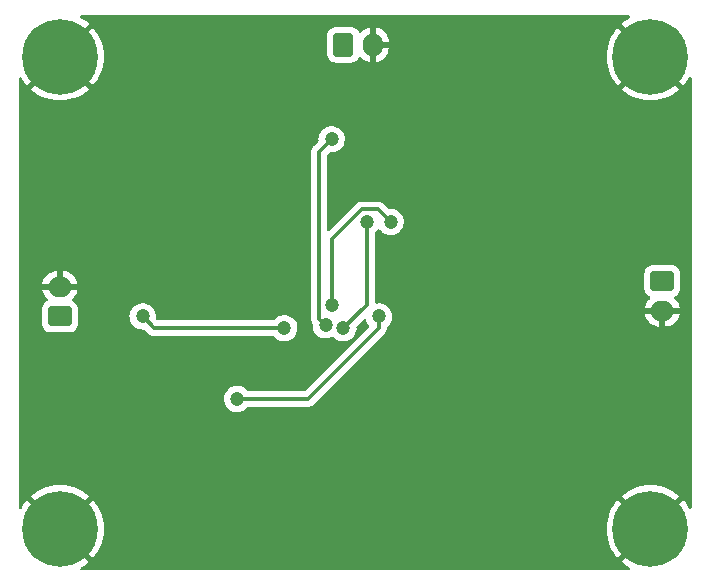
<source format=gbr>
%TF.GenerationSoftware,KiCad,Pcbnew,(6.0.7)*%
%TF.CreationDate,2023-02-16T16:04:02+01:00*%
%TF.ProjectId,hard tp,68617264-2074-4702-9e6b-696361645f70,rev?*%
%TF.SameCoordinates,Original*%
%TF.FileFunction,Copper,L2,Bot*%
%TF.FilePolarity,Positive*%
%FSLAX46Y46*%
G04 Gerber Fmt 4.6, Leading zero omitted, Abs format (unit mm)*
G04 Created by KiCad (PCBNEW (6.0.7)) date 2023-02-16 16:04:02*
%MOMM*%
%LPD*%
G01*
G04 APERTURE LIST*
G04 Aperture macros list*
%AMRoundRect*
0 Rectangle with rounded corners*
0 $1 Rounding radius*
0 $2 $3 $4 $5 $6 $7 $8 $9 X,Y pos of 4 corners*
0 Add a 4 corners polygon primitive as box body*
4,1,4,$2,$3,$4,$5,$6,$7,$8,$9,$2,$3,0*
0 Add four circle primitives for the rounded corners*
1,1,$1+$1,$2,$3*
1,1,$1+$1,$4,$5*
1,1,$1+$1,$6,$7*
1,1,$1+$1,$8,$9*
0 Add four rect primitives between the rounded corners*
20,1,$1+$1,$2,$3,$4,$5,0*
20,1,$1+$1,$4,$5,$6,$7,0*
20,1,$1+$1,$6,$7,$8,$9,0*
20,1,$1+$1,$8,$9,$2,$3,0*%
G04 Aperture macros list end*
%TA.AperFunction,ComponentPad*%
%ADD10C,6.400000*%
%TD*%
%TA.AperFunction,ComponentPad*%
%ADD11RoundRect,0.250000X-0.750000X0.600000X-0.750000X-0.600000X0.750000X-0.600000X0.750000X0.600000X0*%
%TD*%
%TA.AperFunction,ComponentPad*%
%ADD12O,2.000000X1.700000*%
%TD*%
%TA.AperFunction,ComponentPad*%
%ADD13RoundRect,0.250000X-0.600000X-0.750000X0.600000X-0.750000X0.600000X0.750000X-0.600000X0.750000X0*%
%TD*%
%TA.AperFunction,ComponentPad*%
%ADD14O,1.700000X2.000000*%
%TD*%
%TA.AperFunction,ComponentPad*%
%ADD15RoundRect,0.250000X0.750000X-0.600000X0.750000X0.600000X-0.750000X0.600000X-0.750000X-0.600000X0*%
%TD*%
%TA.AperFunction,ViaPad*%
%ADD16C,1.200000*%
%TD*%
%TA.AperFunction,Conductor*%
%ADD17C,0.300000*%
%TD*%
G04 APERTURE END LIST*
D10*
%TO.P,H4,1,1*%
%TO.N,GND*%
X138000000Y-62000000D03*
%TD*%
%TO.P,H3,1,1*%
%TO.N,GND*%
X188000000Y-102000000D03*
%TD*%
%TO.P,H2,1,1*%
%TO.N,GND*%
X188000000Y-62000000D03*
%TD*%
%TO.P,H1,1,1*%
%TO.N,GND*%
X138000000Y-102000000D03*
%TD*%
D11*
%TO.P,J4,1,Pin_1*%
%TO.N,DAC_OUT*%
X189000000Y-81000000D03*
D12*
%TO.P,J4,2,Pin_2*%
%TO.N,GND*%
X189000000Y-83500000D03*
%TD*%
D13*
%TO.P,J3,1,Pin_1*%
%TO.N,+5V*%
X162000000Y-61000000D03*
D14*
%TO.P,J3,2,Pin_2*%
%TO.N,GND*%
X164500000Y-61000000D03*
%TD*%
D15*
%TO.P,J2,1,Pin_1*%
%TO.N,ADC_IN1*%
X138000000Y-84000000D03*
D12*
%TO.P,J2,2,Pin_2*%
%TO.N,GND*%
X138000000Y-81500000D03*
%TD*%
D16*
%TO.N,GND*%
X152000000Y-83000000D03*
X162000000Y-72349500D03*
%TO.N,USART2_RX*%
X161000000Y-69000000D03*
X160500500Y-84750500D03*
%TO.N,USART2_TX*%
X162000000Y-85000000D03*
%TO.N,NRST*%
X166000000Y-76000000D03*
%TO.N,USART2_TX*%
X164000000Y-76000000D03*
%TO.N,NRST*%
X161000000Y-83000000D03*
%TO.N,ADC_IN1*%
X157000000Y-85000000D03*
X145000000Y-84000000D03*
%TO.N,LED_STATUS*%
X165000000Y-84000000D03*
X153000000Y-91000000D03*
%TD*%
D17*
%TO.N,NRST*%
X161000000Y-83000000D02*
X161000000Y-77486791D01*
X161000000Y-77486791D02*
X163556791Y-74930000D01*
X163556791Y-74930000D02*
X164930000Y-74930000D01*
X164930000Y-74930000D02*
X166000000Y-76000000D01*
%TO.N,USART2_RX*%
X159930000Y-84180000D02*
X159930000Y-70070000D01*
X160500500Y-84750500D02*
X159930000Y-84180000D01*
X159930000Y-70070000D02*
X161000000Y-69000000D01*
%TO.N,LED_STATUS*%
X165000000Y-84000000D02*
X165000000Y-85000000D01*
X165000000Y-85000000D02*
X159000000Y-91000000D01*
X159000000Y-91000000D02*
X153000000Y-91000000D01*
%TO.N,USART2_TX*%
X164000000Y-76000000D02*
X164000000Y-83000000D01*
X164000000Y-83000000D02*
X162000000Y-85000000D01*
%TO.N,ADC_IN1*%
X157000000Y-85000000D02*
X146000000Y-85000000D01*
X146000000Y-85000000D02*
X145000000Y-84000000D01*
%TD*%
%TA.AperFunction,Conductor*%
%TO.N,GND*%
G36*
X186228176Y-58528502D02*
G01*
X186274669Y-58582158D01*
X186284773Y-58652432D01*
X186255279Y-58717012D01*
X186217258Y-58746767D01*
X186146397Y-58782872D01*
X186140687Y-58786169D01*
X185820265Y-58994253D01*
X185814939Y-58998123D01*
X185576165Y-59191478D01*
X185567700Y-59203733D01*
X185574034Y-59214824D01*
X190784310Y-64425100D01*
X190797386Y-64432241D01*
X190807753Y-64424784D01*
X191001877Y-64185061D01*
X191005747Y-64179735D01*
X191213831Y-63859313D01*
X191217128Y-63853603D01*
X191253233Y-63782742D01*
X191301981Y-63731127D01*
X191370896Y-63714061D01*
X191438098Y-63736962D01*
X191482250Y-63792559D01*
X191491500Y-63839945D01*
X191491500Y-100160055D01*
X191471498Y-100228176D01*
X191417842Y-100274669D01*
X191347568Y-100284773D01*
X191282988Y-100255279D01*
X191253233Y-100217258D01*
X191217128Y-100146397D01*
X191213831Y-100140687D01*
X191005747Y-99820265D01*
X191001877Y-99814939D01*
X190808522Y-99576165D01*
X190796267Y-99567700D01*
X190785176Y-99574034D01*
X185574900Y-104784310D01*
X185567759Y-104797386D01*
X185575216Y-104807753D01*
X185814935Y-105001874D01*
X185820272Y-105005751D01*
X186140685Y-105213830D01*
X186146394Y-105217126D01*
X186217257Y-105253233D01*
X186268872Y-105301981D01*
X186285938Y-105370896D01*
X186263037Y-105438098D01*
X186207440Y-105482250D01*
X186160054Y-105491500D01*
X139839946Y-105491500D01*
X139771825Y-105471498D01*
X139725332Y-105417842D01*
X139715228Y-105347568D01*
X139744722Y-105282988D01*
X139782743Y-105253233D01*
X139853606Y-105217126D01*
X139859315Y-105213830D01*
X140179728Y-105005751D01*
X140185065Y-105001874D01*
X140423835Y-104808522D01*
X140432300Y-104796267D01*
X140425966Y-104785176D01*
X137641922Y-102001132D01*
X138364408Y-102001132D01*
X138364539Y-102002965D01*
X138368790Y-102009580D01*
X140784310Y-104425100D01*
X140797386Y-104432241D01*
X140807753Y-104424784D01*
X141001877Y-104185061D01*
X141005747Y-104179735D01*
X141213831Y-103859313D01*
X141217128Y-103853603D01*
X141390578Y-103513189D01*
X141393260Y-103507164D01*
X141530171Y-103150498D01*
X141532212Y-103144216D01*
X141631094Y-102775184D01*
X141632465Y-102768734D01*
X141692234Y-102391371D01*
X141692920Y-102384833D01*
X141712916Y-102003301D01*
X184287084Y-102003301D01*
X184307080Y-102384833D01*
X184307766Y-102391371D01*
X184367535Y-102768734D01*
X184368906Y-102775184D01*
X184467788Y-103144216D01*
X184469829Y-103150498D01*
X184606740Y-103507164D01*
X184609422Y-103513189D01*
X184782872Y-103853603D01*
X184786169Y-103859313D01*
X184994253Y-104179735D01*
X184998123Y-104185061D01*
X185191478Y-104423835D01*
X185203733Y-104432300D01*
X185214824Y-104425966D01*
X187627978Y-102012812D01*
X187635592Y-101998868D01*
X187635461Y-101997035D01*
X187631210Y-101990420D01*
X185215690Y-99574900D01*
X185202614Y-99567759D01*
X185192247Y-99575216D01*
X184998123Y-99814939D01*
X184994253Y-99820265D01*
X184786169Y-100140687D01*
X184782872Y-100146397D01*
X184609422Y-100486811D01*
X184606740Y-100492836D01*
X184469829Y-100849502D01*
X184467788Y-100855784D01*
X184368906Y-101224816D01*
X184367535Y-101231266D01*
X184307766Y-101608629D01*
X184307080Y-101615167D01*
X184287084Y-101996699D01*
X184287084Y-102003301D01*
X141712916Y-102003301D01*
X141712916Y-101996699D01*
X141692920Y-101615167D01*
X141692234Y-101608629D01*
X141632465Y-101231266D01*
X141631094Y-101224816D01*
X141532212Y-100855784D01*
X141530171Y-100849502D01*
X141393260Y-100492836D01*
X141390578Y-100486811D01*
X141217128Y-100146397D01*
X141213831Y-100140687D01*
X141005747Y-99820265D01*
X141001877Y-99814939D01*
X140808522Y-99576165D01*
X140796267Y-99567700D01*
X140785176Y-99574034D01*
X138372022Y-101987188D01*
X138364408Y-102001132D01*
X137641922Y-102001132D01*
X135215690Y-99574900D01*
X135202614Y-99567759D01*
X135192247Y-99575216D01*
X134998123Y-99814939D01*
X134994253Y-99820265D01*
X134786169Y-100140687D01*
X134782872Y-100146397D01*
X134746767Y-100217258D01*
X134698019Y-100268873D01*
X134629104Y-100285939D01*
X134561902Y-100263038D01*
X134517750Y-100207441D01*
X134508500Y-100160055D01*
X134508500Y-99203733D01*
X135567700Y-99203733D01*
X135574034Y-99214824D01*
X137987188Y-101627978D01*
X138001132Y-101635592D01*
X138002965Y-101635461D01*
X138009580Y-101631210D01*
X140425100Y-99215690D01*
X140431630Y-99203733D01*
X185567700Y-99203733D01*
X185574034Y-99214824D01*
X187987188Y-101627978D01*
X188001132Y-101635592D01*
X188002965Y-101635461D01*
X188009580Y-101631210D01*
X190425100Y-99215690D01*
X190432241Y-99202614D01*
X190424784Y-99192247D01*
X190185065Y-98998126D01*
X190179728Y-98994249D01*
X189859315Y-98786170D01*
X189853606Y-98782873D01*
X189513189Y-98609422D01*
X189507164Y-98606740D01*
X189150498Y-98469829D01*
X189144216Y-98467788D01*
X188775184Y-98368906D01*
X188768734Y-98367535D01*
X188391371Y-98307766D01*
X188384833Y-98307080D01*
X188003301Y-98287084D01*
X187996699Y-98287084D01*
X187615167Y-98307080D01*
X187608629Y-98307766D01*
X187231266Y-98367535D01*
X187224816Y-98368906D01*
X186855784Y-98467788D01*
X186849502Y-98469829D01*
X186492836Y-98606740D01*
X186486811Y-98609422D01*
X186146397Y-98782872D01*
X186140687Y-98786169D01*
X185820265Y-98994253D01*
X185814939Y-98998123D01*
X185576165Y-99191478D01*
X185567700Y-99203733D01*
X140431630Y-99203733D01*
X140432241Y-99202614D01*
X140424784Y-99192247D01*
X140185065Y-98998126D01*
X140179728Y-98994249D01*
X139859315Y-98786170D01*
X139853606Y-98782873D01*
X139513189Y-98609422D01*
X139507164Y-98606740D01*
X139150498Y-98469829D01*
X139144216Y-98467788D01*
X138775184Y-98368906D01*
X138768734Y-98367535D01*
X138391371Y-98307766D01*
X138384833Y-98307080D01*
X138003301Y-98287084D01*
X137996699Y-98287084D01*
X137615167Y-98307080D01*
X137608629Y-98307766D01*
X137231266Y-98367535D01*
X137224816Y-98368906D01*
X136855784Y-98467788D01*
X136849502Y-98469829D01*
X136492836Y-98606740D01*
X136486811Y-98609422D01*
X136146397Y-98782872D01*
X136140687Y-98786169D01*
X135820265Y-98994253D01*
X135814939Y-98998123D01*
X135576165Y-99191478D01*
X135567700Y-99203733D01*
X134508500Y-99203733D01*
X134508500Y-90970859D01*
X151887132Y-90970859D01*
X151900457Y-91174151D01*
X151950605Y-91371610D01*
X152035898Y-91556624D01*
X152153479Y-91722997D01*
X152299410Y-91865157D01*
X152304206Y-91868362D01*
X152304209Y-91868364D01*
X152372149Y-91913760D01*
X152468803Y-91978342D01*
X152474106Y-91980620D01*
X152474109Y-91980622D01*
X152563115Y-92018862D01*
X152655987Y-92058763D01*
X152728817Y-92075243D01*
X152849055Y-92102450D01*
X152849060Y-92102451D01*
X152854692Y-92103725D01*
X152860463Y-92103952D01*
X152860465Y-92103952D01*
X152923470Y-92106427D01*
X153058263Y-92111723D01*
X153259883Y-92082490D01*
X153265347Y-92080635D01*
X153265352Y-92080634D01*
X153447327Y-92018862D01*
X153447332Y-92018860D01*
X153452799Y-92017004D01*
X153630551Y-91917458D01*
X153787186Y-91787186D01*
X153856429Y-91703930D01*
X153915365Y-91664347D01*
X153953302Y-91658500D01*
X158917944Y-91658500D01*
X158929800Y-91659059D01*
X158929803Y-91659059D01*
X158937537Y-91660788D01*
X159008369Y-91658562D01*
X159012327Y-91658500D01*
X159041432Y-91658500D01*
X159045832Y-91657944D01*
X159057664Y-91657012D01*
X159103831Y-91655562D01*
X159124421Y-91649580D01*
X159143782Y-91645570D01*
X159150770Y-91644688D01*
X159157204Y-91643875D01*
X159157205Y-91643875D01*
X159165064Y-91642882D01*
X159172429Y-91639966D01*
X159172433Y-91639965D01*
X159208021Y-91625874D01*
X159219231Y-91622035D01*
X159263600Y-91609145D01*
X159282065Y-91598225D01*
X159299805Y-91589534D01*
X159319756Y-91581635D01*
X159357129Y-91554482D01*
X159367048Y-91547967D01*
X159399977Y-91528493D01*
X159399981Y-91528490D01*
X159406807Y-91524453D01*
X159421971Y-91509289D01*
X159437005Y-91496448D01*
X159447943Y-91488501D01*
X159454357Y-91483841D01*
X159483803Y-91448247D01*
X159491792Y-91439468D01*
X165407600Y-85523659D01*
X165416381Y-85515669D01*
X165416390Y-85515661D01*
X165423080Y-85511416D01*
X165471621Y-85459725D01*
X165474375Y-85456884D01*
X165494926Y-85436333D01*
X165497638Y-85432837D01*
X165505349Y-85423808D01*
X165531544Y-85395913D01*
X165536972Y-85390133D01*
X165547301Y-85371345D01*
X165558158Y-85354816D01*
X165566447Y-85344131D01*
X165566448Y-85344129D01*
X165571304Y-85337869D01*
X165589657Y-85295456D01*
X165594868Y-85284819D01*
X165617124Y-85244337D01*
X165622457Y-85223566D01*
X165628859Y-85204864D01*
X165637379Y-85185177D01*
X165644605Y-85139552D01*
X165647013Y-85127926D01*
X165656529Y-85090865D01*
X165656529Y-85090864D01*
X165658500Y-85083188D01*
X165658500Y-85061742D01*
X165660051Y-85042031D01*
X165662166Y-85028678D01*
X165663406Y-85020849D01*
X165659059Y-84974864D01*
X165658500Y-84963006D01*
X165658500Y-84953302D01*
X165678502Y-84885181D01*
X165703930Y-84856430D01*
X165787186Y-84787186D01*
X165917458Y-84630551D01*
X166017004Y-84452799D01*
X166018860Y-84447332D01*
X166018862Y-84447327D01*
X166080634Y-84265352D01*
X166080635Y-84265347D01*
X166082490Y-84259883D01*
X166111723Y-84058263D01*
X166113249Y-84000000D01*
X166094608Y-83797126D01*
X166087554Y-83772115D01*
X166086557Y-83768580D01*
X187518752Y-83768580D01*
X187543477Y-83886421D01*
X187546537Y-83896617D01*
X187627263Y-84101029D01*
X187631994Y-84110561D01*
X187746016Y-84298462D01*
X187752280Y-84307052D01*
X187896327Y-84473052D01*
X187903958Y-84480472D01*
X188073911Y-84619826D01*
X188082678Y-84625850D01*
X188273682Y-84734576D01*
X188283346Y-84739041D01*
X188489941Y-84814031D01*
X188500208Y-84816802D01*
X188717655Y-84856123D01*
X188725884Y-84857056D01*
X188730376Y-84857268D01*
X188743124Y-84853525D01*
X188744329Y-84852135D01*
X188746000Y-84844452D01*
X188746000Y-84835970D01*
X189254000Y-84835970D01*
X189258310Y-84850648D01*
X189270193Y-84852711D01*
X189374325Y-84843876D01*
X189384797Y-84842086D01*
X189597535Y-84786870D01*
X189607575Y-84783335D01*
X189807970Y-84693063D01*
X189817256Y-84687894D01*
X189999575Y-84565150D01*
X190007870Y-84558481D01*
X190166900Y-84406772D01*
X190173941Y-84398814D01*
X190305141Y-84222475D01*
X190310745Y-84213438D01*
X190410357Y-84017516D01*
X190414357Y-84007665D01*
X190479534Y-83797760D01*
X190481817Y-83787376D01*
X190483861Y-83771957D01*
X190481665Y-83757793D01*
X190468478Y-83754000D01*
X189272115Y-83754000D01*
X189256876Y-83758475D01*
X189255671Y-83759865D01*
X189254000Y-83767548D01*
X189254000Y-84835970D01*
X188746000Y-84835970D01*
X188746000Y-83772115D01*
X188741525Y-83756876D01*
X188740135Y-83755671D01*
X188732452Y-83754000D01*
X187533808Y-83754000D01*
X187520277Y-83757973D01*
X187518752Y-83768580D01*
X166086557Y-83768580D01*
X166040875Y-83606606D01*
X166040874Y-83606604D01*
X166039307Y-83601047D01*
X166028680Y-83579496D01*
X165951756Y-83423510D01*
X165949201Y-83418329D01*
X165930796Y-83393681D01*
X165830758Y-83259715D01*
X165830758Y-83259714D01*
X165827305Y-83255091D01*
X165677703Y-83116800D01*
X165584927Y-83058263D01*
X165510288Y-83011169D01*
X165510283Y-83011167D01*
X165505404Y-83008088D01*
X165316180Y-82932595D01*
X165116366Y-82892849D01*
X165110592Y-82892773D01*
X165110588Y-82892773D01*
X165007452Y-82891424D01*
X164912655Y-82890183D01*
X164906960Y-82891162D01*
X164906955Y-82891162D01*
X164805837Y-82908537D01*
X164735313Y-82900360D01*
X164680406Y-82855353D01*
X164658500Y-82784357D01*
X164658500Y-81650400D01*
X187491500Y-81650400D01*
X187502474Y-81756166D01*
X187504655Y-81762702D01*
X187504655Y-81762704D01*
X187516351Y-81797760D01*
X187558450Y-81923946D01*
X187651522Y-82074348D01*
X187776697Y-82199305D01*
X187782927Y-82203145D01*
X187782928Y-82203146D01*
X187833934Y-82234587D01*
X187922258Y-82289030D01*
X187922780Y-82289352D01*
X187970273Y-82342124D01*
X187981697Y-82412196D01*
X187953423Y-82477320D01*
X187943636Y-82487782D01*
X187833094Y-82593234D01*
X187826059Y-82601186D01*
X187694859Y-82777525D01*
X187689255Y-82786562D01*
X187589643Y-82982484D01*
X187585643Y-82992335D01*
X187520466Y-83202240D01*
X187518183Y-83212624D01*
X187516139Y-83228043D01*
X187518335Y-83242207D01*
X187531522Y-83246000D01*
X190466192Y-83246000D01*
X190479723Y-83242027D01*
X190481248Y-83231420D01*
X190456523Y-83113579D01*
X190453463Y-83103383D01*
X190372737Y-82898971D01*
X190368006Y-82889439D01*
X190253984Y-82701538D01*
X190247720Y-82692948D01*
X190103673Y-82526948D01*
X190096044Y-82519530D01*
X190064431Y-82493609D01*
X190024436Y-82434949D01*
X190022504Y-82363979D01*
X190059248Y-82303230D01*
X190078018Y-82289030D01*
X190125391Y-82259715D01*
X190224348Y-82198478D01*
X190349305Y-82073303D01*
X190442115Y-81922738D01*
X190497797Y-81754861D01*
X190508500Y-81650400D01*
X190508500Y-80349600D01*
X190504610Y-80312106D01*
X190498238Y-80250692D01*
X190498237Y-80250688D01*
X190497526Y-80243834D01*
X190487283Y-80213130D01*
X190443868Y-80083002D01*
X190441550Y-80076054D01*
X190348478Y-79925652D01*
X190223303Y-79800695D01*
X190217072Y-79796854D01*
X190078968Y-79711725D01*
X190078966Y-79711724D01*
X190072738Y-79707885D01*
X189912254Y-79654655D01*
X189911389Y-79654368D01*
X189911387Y-79654368D01*
X189904861Y-79652203D01*
X189898025Y-79651503D01*
X189898022Y-79651502D01*
X189854969Y-79647091D01*
X189800400Y-79641500D01*
X188199600Y-79641500D01*
X188196354Y-79641837D01*
X188196350Y-79641837D01*
X188100692Y-79651762D01*
X188100688Y-79651763D01*
X188093834Y-79652474D01*
X188087298Y-79654655D01*
X188087296Y-79654655D01*
X187955194Y-79698728D01*
X187926054Y-79708450D01*
X187775652Y-79801522D01*
X187650695Y-79926697D01*
X187557885Y-80077262D01*
X187555581Y-80084209D01*
X187529106Y-80164030D01*
X187502203Y-80245139D01*
X187501503Y-80251975D01*
X187501502Y-80251978D01*
X187497091Y-80295031D01*
X187491500Y-80349600D01*
X187491500Y-81650400D01*
X164658500Y-81650400D01*
X164658500Y-76953302D01*
X164678502Y-76885181D01*
X164703930Y-76856430D01*
X164787186Y-76787186D01*
X164904733Y-76645851D01*
X164963670Y-76606267D01*
X165034652Y-76604831D01*
X165095143Y-76641998D01*
X165104503Y-76653699D01*
X165150145Y-76718280D01*
X165153479Y-76722997D01*
X165299410Y-76865157D01*
X165304206Y-76868362D01*
X165304209Y-76868364D01*
X165381913Y-76920284D01*
X165468803Y-76978342D01*
X165474106Y-76980620D01*
X165474109Y-76980622D01*
X165563115Y-77018862D01*
X165655987Y-77058763D01*
X165728817Y-77075243D01*
X165849055Y-77102450D01*
X165849060Y-77102451D01*
X165854692Y-77103725D01*
X165860463Y-77103952D01*
X165860465Y-77103952D01*
X165923470Y-77106427D01*
X166058263Y-77111723D01*
X166259883Y-77082490D01*
X166265347Y-77080635D01*
X166265352Y-77080634D01*
X166447327Y-77018862D01*
X166447332Y-77018860D01*
X166452799Y-77017004D01*
X166630551Y-76917458D01*
X166787186Y-76787186D01*
X166917458Y-76630551D01*
X167017004Y-76452799D01*
X167018860Y-76447332D01*
X167018862Y-76447327D01*
X167080634Y-76265352D01*
X167080635Y-76265347D01*
X167082490Y-76259883D01*
X167111723Y-76058263D01*
X167113249Y-76000000D01*
X167094608Y-75797126D01*
X167039307Y-75601047D01*
X166949201Y-75418329D01*
X166827305Y-75255091D01*
X166677703Y-75116800D01*
X166631675Y-75087759D01*
X166510288Y-75011169D01*
X166510283Y-75011167D01*
X166505404Y-75008088D01*
X166316180Y-74932595D01*
X166116366Y-74892849D01*
X166110592Y-74892773D01*
X166110588Y-74892773D01*
X166007452Y-74891424D01*
X165912655Y-74890183D01*
X165906962Y-74891161D01*
X165906952Y-74891162D01*
X165899115Y-74892509D01*
X165828591Y-74884331D01*
X165788684Y-74857424D01*
X165453655Y-74522395D01*
X165445665Y-74513615D01*
X165445663Y-74513613D01*
X165441416Y-74506920D01*
X165423965Y-74490532D01*
X165389743Y-74458396D01*
X165386901Y-74455641D01*
X165366333Y-74435073D01*
X165362826Y-74432353D01*
X165353804Y-74424647D01*
X165349613Y-74420711D01*
X165320133Y-74393028D01*
X165313181Y-74389206D01*
X165301342Y-74382697D01*
X165284818Y-74371843D01*
X165274132Y-74363555D01*
X165267868Y-74358696D01*
X165260596Y-74355549D01*
X165260594Y-74355548D01*
X165225465Y-74340346D01*
X165214805Y-74335124D01*
X165181284Y-74316695D01*
X165181282Y-74316694D01*
X165174337Y-74312876D01*
X165153559Y-74307541D01*
X165134869Y-74301142D01*
X165115176Y-74292620D01*
X165069552Y-74285394D01*
X165057929Y-74282987D01*
X165023657Y-74274188D01*
X165013188Y-74271500D01*
X164991741Y-74271500D01*
X164972031Y-74269949D01*
X164950848Y-74266594D01*
X164904859Y-74270941D01*
X164893004Y-74271500D01*
X163638851Y-74271500D01*
X163626994Y-74270941D01*
X163619254Y-74269211D01*
X163611329Y-74269460D01*
X163611328Y-74269460D01*
X163548390Y-74271438D01*
X163544432Y-74271500D01*
X163515359Y-74271500D01*
X163511425Y-74271997D01*
X163511423Y-74271997D01*
X163510980Y-74272053D01*
X163499145Y-74272985D01*
X163466355Y-74274016D01*
X163460880Y-74274188D01*
X163460879Y-74274188D01*
X163452960Y-74274437D01*
X163433235Y-74280168D01*
X163432362Y-74280421D01*
X163413009Y-74284429D01*
X163409534Y-74284868D01*
X163391727Y-74287118D01*
X163384359Y-74290035D01*
X163384356Y-74290036D01*
X163348773Y-74304125D01*
X163337538Y-74307971D01*
X163300807Y-74318642D01*
X163300804Y-74318643D01*
X163293191Y-74320855D01*
X163274726Y-74331775D01*
X163256986Y-74340466D01*
X163237035Y-74348365D01*
X163199665Y-74375516D01*
X163189743Y-74382033D01*
X163156814Y-74401507D01*
X163156810Y-74401510D01*
X163149984Y-74405547D01*
X163134820Y-74420711D01*
X163119787Y-74433551D01*
X163102434Y-74446159D01*
X163092311Y-74458396D01*
X163072989Y-74481752D01*
X163064999Y-74490532D01*
X160803595Y-76751936D01*
X160741283Y-76785962D01*
X160670468Y-76780897D01*
X160613632Y-76738350D01*
X160588821Y-76671830D01*
X160588500Y-76662841D01*
X160588500Y-70394950D01*
X160608502Y-70326829D01*
X160625405Y-70305855D01*
X160789590Y-70141670D01*
X160851902Y-70107644D01*
X160883632Y-70104862D01*
X161058263Y-70111723D01*
X161259883Y-70082490D01*
X161265347Y-70080635D01*
X161265352Y-70080634D01*
X161447327Y-70018862D01*
X161447332Y-70018860D01*
X161452799Y-70017004D01*
X161468415Y-70008259D01*
X161586601Y-69942071D01*
X161630551Y-69917458D01*
X161787186Y-69787186D01*
X161917458Y-69630551D01*
X162017004Y-69452799D01*
X162018860Y-69447332D01*
X162018862Y-69447327D01*
X162080634Y-69265352D01*
X162080635Y-69265347D01*
X162082490Y-69259883D01*
X162111723Y-69058263D01*
X162113249Y-69000000D01*
X162094608Y-68797126D01*
X162039307Y-68601047D01*
X162028680Y-68579496D01*
X161951756Y-68423510D01*
X161949201Y-68418329D01*
X161930796Y-68393681D01*
X161830758Y-68259715D01*
X161830758Y-68259714D01*
X161827305Y-68255091D01*
X161677703Y-68116800D01*
X161631675Y-68087759D01*
X161510288Y-68011169D01*
X161510283Y-68011167D01*
X161505404Y-68008088D01*
X161316180Y-67932595D01*
X161116366Y-67892849D01*
X161110592Y-67892773D01*
X161110588Y-67892773D01*
X161007452Y-67891424D01*
X160912655Y-67890183D01*
X160906958Y-67891162D01*
X160906957Y-67891162D01*
X160717567Y-67923705D01*
X160711870Y-67924684D01*
X160520734Y-67995198D01*
X160345649Y-68099363D01*
X160192478Y-68233690D01*
X160188911Y-68238215D01*
X160188906Y-68238220D01*
X160102331Y-68348040D01*
X160066351Y-68393681D01*
X159971492Y-68573978D01*
X159911078Y-68768543D01*
X159887132Y-68970859D01*
X159887510Y-68976625D01*
X159896362Y-69111677D01*
X159880858Y-69180960D01*
X159859727Y-69209013D01*
X159522395Y-69546345D01*
X159513615Y-69554335D01*
X159513613Y-69554337D01*
X159506920Y-69558584D01*
X159501494Y-69564362D01*
X159501493Y-69564363D01*
X159458396Y-69610257D01*
X159455641Y-69613099D01*
X159435073Y-69633667D01*
X159432356Y-69637170D01*
X159424648Y-69646195D01*
X159393028Y-69679867D01*
X159389207Y-69686818D01*
X159389206Y-69686819D01*
X159382697Y-69698658D01*
X159371843Y-69715182D01*
X159364018Y-69725271D01*
X159358696Y-69732132D01*
X159355549Y-69739404D01*
X159355548Y-69739406D01*
X159340346Y-69774535D01*
X159335124Y-69785195D01*
X159312876Y-69825663D01*
X159307541Y-69846441D01*
X159301142Y-69865131D01*
X159292620Y-69884824D01*
X159291380Y-69892655D01*
X159285394Y-69930448D01*
X159282987Y-69942071D01*
X159271500Y-69986812D01*
X159271500Y-70008259D01*
X159269949Y-70027969D01*
X159266594Y-70049152D01*
X159267340Y-70057043D01*
X159270941Y-70095138D01*
X159271500Y-70106996D01*
X159271500Y-84097944D01*
X159270941Y-84109800D01*
X159269212Y-84117537D01*
X159269461Y-84125459D01*
X159271438Y-84188369D01*
X159271500Y-84192327D01*
X159271500Y-84221432D01*
X159272056Y-84225832D01*
X159272988Y-84237664D01*
X159274438Y-84283831D01*
X159276650Y-84291444D01*
X159276650Y-84291445D01*
X159280419Y-84304416D01*
X159284430Y-84323782D01*
X159287118Y-84345064D01*
X159290034Y-84352429D01*
X159290035Y-84352433D01*
X159304126Y-84388021D01*
X159307965Y-84399231D01*
X159320855Y-84443600D01*
X159331775Y-84462065D01*
X159340466Y-84479805D01*
X159348365Y-84499756D01*
X159375514Y-84537123D01*
X159382126Y-84547205D01*
X159382304Y-84547507D01*
X159399662Y-84616349D01*
X159398883Y-84626295D01*
X159391593Y-84687894D01*
X159387632Y-84721359D01*
X159400957Y-84924651D01*
X159451105Y-85122110D01*
X159536398Y-85307124D01*
X159653979Y-85473497D01*
X159799910Y-85615657D01*
X159804706Y-85618862D01*
X159804709Y-85618864D01*
X159870255Y-85662660D01*
X159969303Y-85728842D01*
X159974606Y-85731120D01*
X159974609Y-85731122D01*
X160151180Y-85806983D01*
X160156487Y-85809263D01*
X160229317Y-85825743D01*
X160349555Y-85852950D01*
X160349560Y-85852951D01*
X160355192Y-85854225D01*
X160360963Y-85854452D01*
X160360965Y-85854452D01*
X160423970Y-85856927D01*
X160558763Y-85862223D01*
X160760383Y-85832990D01*
X160765847Y-85831135D01*
X160765852Y-85831134D01*
X160947827Y-85769362D01*
X160947832Y-85769360D01*
X160953299Y-85767504D01*
X161027326Y-85726047D01*
X161096534Y-85710214D01*
X161163316Y-85734311D01*
X161176813Y-85745728D01*
X161299410Y-85865157D01*
X161304206Y-85868362D01*
X161304209Y-85868364D01*
X161372149Y-85913760D01*
X161468803Y-85978342D01*
X161474106Y-85980620D01*
X161474109Y-85980622D01*
X161563115Y-86018862D01*
X161655987Y-86058763D01*
X161728817Y-86075243D01*
X161849055Y-86102450D01*
X161849060Y-86102451D01*
X161854692Y-86103725D01*
X161860463Y-86103952D01*
X161860465Y-86103952D01*
X161923470Y-86106427D01*
X162058263Y-86111723D01*
X162259883Y-86082490D01*
X162265347Y-86080635D01*
X162265352Y-86080634D01*
X162447327Y-86018862D01*
X162447332Y-86018860D01*
X162452799Y-86017004D01*
X162630551Y-85917458D01*
X162787186Y-85787186D01*
X162917458Y-85630551D01*
X163013125Y-85459726D01*
X163014180Y-85457842D01*
X163014181Y-85457840D01*
X163017004Y-85452799D01*
X163018860Y-85447332D01*
X163018862Y-85447327D01*
X163080634Y-85265352D01*
X163080635Y-85265347D01*
X163082490Y-85259883D01*
X163111723Y-85058263D01*
X163113249Y-85000000D01*
X163106722Y-84928968D01*
X163103341Y-84892167D01*
X163117026Y-84822502D01*
X163139717Y-84791543D01*
X163714748Y-84216512D01*
X163777060Y-84182486D01*
X163847875Y-84187551D01*
X163904711Y-84230098D01*
X163925965Y-84274590D01*
X163950605Y-84371610D01*
X164035898Y-84556624D01*
X164153479Y-84722997D01*
X164157611Y-84727023D01*
X164157616Y-84727028D01*
X164159432Y-84728797D01*
X164160022Y-84729845D01*
X164161369Y-84731422D01*
X164161059Y-84731687D01*
X164194266Y-84790661D01*
X164190124Y-84861537D01*
X164160600Y-84908141D01*
X158764145Y-90304595D01*
X158701833Y-90338621D01*
X158675050Y-90341500D01*
X153954995Y-90341500D01*
X153886874Y-90321498D01*
X153854038Y-90290890D01*
X153830759Y-90259717D01*
X153827305Y-90255091D01*
X153677703Y-90116800D01*
X153631675Y-90087759D01*
X153510288Y-90011169D01*
X153510283Y-90011167D01*
X153505404Y-90008088D01*
X153316180Y-89932595D01*
X153116366Y-89892849D01*
X153110592Y-89892773D01*
X153110588Y-89892773D01*
X153007452Y-89891424D01*
X152912655Y-89890183D01*
X152906958Y-89891162D01*
X152906957Y-89891162D01*
X152717567Y-89923705D01*
X152711870Y-89924684D01*
X152520734Y-89995198D01*
X152345649Y-90099363D01*
X152192478Y-90233690D01*
X152188911Y-90238215D01*
X152188906Y-90238220D01*
X152109757Y-90338621D01*
X152066351Y-90393681D01*
X151971492Y-90573978D01*
X151911078Y-90768543D01*
X151887132Y-90970859D01*
X134508500Y-90970859D01*
X134508500Y-84650400D01*
X136491500Y-84650400D01*
X136491837Y-84653646D01*
X136491837Y-84653650D01*
X136500234Y-84734576D01*
X136502474Y-84756166D01*
X136504655Y-84762702D01*
X136504655Y-84762704D01*
X136528217Y-84833326D01*
X136558450Y-84923946D01*
X136651522Y-85074348D01*
X136656704Y-85079521D01*
X136693758Y-85116510D01*
X136776697Y-85199305D01*
X136782927Y-85203145D01*
X136782928Y-85203146D01*
X136920090Y-85287694D01*
X136927262Y-85292115D01*
X137007005Y-85318564D01*
X137088611Y-85345632D01*
X137088613Y-85345632D01*
X137095139Y-85347797D01*
X137101975Y-85348497D01*
X137101978Y-85348498D01*
X137145031Y-85352909D01*
X137199600Y-85358500D01*
X138800400Y-85358500D01*
X138803646Y-85358163D01*
X138803650Y-85358163D01*
X138899308Y-85348238D01*
X138899312Y-85348237D01*
X138906166Y-85347526D01*
X138912702Y-85345345D01*
X138912704Y-85345345D01*
X139062199Y-85295469D01*
X139073946Y-85291550D01*
X139224348Y-85198478D01*
X139349305Y-85073303D01*
X139359673Y-85056483D01*
X139438275Y-84928968D01*
X139438276Y-84928966D01*
X139442115Y-84922738D01*
X139468866Y-84842086D01*
X139495632Y-84761389D01*
X139495632Y-84761387D01*
X139497797Y-84754861D01*
X139499876Y-84734576D01*
X139508172Y-84653598D01*
X139508500Y-84650400D01*
X139508500Y-83970859D01*
X143887132Y-83970859D01*
X143900457Y-84174151D01*
X143950605Y-84371610D01*
X144035898Y-84556624D01*
X144153479Y-84722997D01*
X144162400Y-84731687D01*
X144286043Y-84852135D01*
X144299410Y-84865157D01*
X144304206Y-84868362D01*
X144304209Y-84868364D01*
X144396833Y-84930253D01*
X144468803Y-84978342D01*
X144474106Y-84980620D01*
X144474109Y-84980622D01*
X144650680Y-85056483D01*
X144655987Y-85058763D01*
X144720245Y-85073303D01*
X144849055Y-85102450D01*
X144849060Y-85102451D01*
X144854692Y-85103725D01*
X144860463Y-85103952D01*
X144860465Y-85103952D01*
X144928121Y-85106610D01*
X145058263Y-85111723D01*
X145102479Y-85105312D01*
X145172764Y-85115332D01*
X145209653Y-85140913D01*
X145476345Y-85407605D01*
X145484335Y-85416385D01*
X145488584Y-85423080D01*
X145494362Y-85428506D01*
X145494363Y-85428507D01*
X145540257Y-85471604D01*
X145543099Y-85474359D01*
X145563667Y-85494927D01*
X145567170Y-85497644D01*
X145576195Y-85505352D01*
X145609867Y-85536972D01*
X145616818Y-85540793D01*
X145616819Y-85540794D01*
X145628658Y-85547303D01*
X145645182Y-85558157D01*
X145655271Y-85565982D01*
X145662132Y-85571304D01*
X145669404Y-85574451D01*
X145669406Y-85574452D01*
X145704535Y-85589654D01*
X145715195Y-85594876D01*
X145745670Y-85611630D01*
X145755663Y-85617124D01*
X145776441Y-85622459D01*
X145795131Y-85628858D01*
X145814824Y-85637380D01*
X145858596Y-85644313D01*
X145860448Y-85644606D01*
X145872071Y-85647013D01*
X145900072Y-85654202D01*
X145916812Y-85658500D01*
X145938259Y-85658500D01*
X145957969Y-85660051D01*
X145979152Y-85663406D01*
X146025141Y-85659059D01*
X146036996Y-85658500D01*
X156042655Y-85658500D01*
X156110776Y-85678502D01*
X156145551Y-85711779D01*
X156153479Y-85722997D01*
X156299410Y-85865157D01*
X156304206Y-85868362D01*
X156304209Y-85868364D01*
X156372149Y-85913760D01*
X156468803Y-85978342D01*
X156474106Y-85980620D01*
X156474109Y-85980622D01*
X156563115Y-86018862D01*
X156655987Y-86058763D01*
X156728817Y-86075243D01*
X156849055Y-86102450D01*
X156849060Y-86102451D01*
X156854692Y-86103725D01*
X156860463Y-86103952D01*
X156860465Y-86103952D01*
X156923470Y-86106427D01*
X157058263Y-86111723D01*
X157259883Y-86082490D01*
X157265347Y-86080635D01*
X157265352Y-86080634D01*
X157447327Y-86018862D01*
X157447332Y-86018860D01*
X157452799Y-86017004D01*
X157630551Y-85917458D01*
X157787186Y-85787186D01*
X157917458Y-85630551D01*
X158013125Y-85459726D01*
X158014180Y-85457842D01*
X158014181Y-85457840D01*
X158017004Y-85452799D01*
X158018860Y-85447332D01*
X158018862Y-85447327D01*
X158080634Y-85265352D01*
X158080635Y-85265347D01*
X158082490Y-85259883D01*
X158111723Y-85058263D01*
X158113249Y-85000000D01*
X158099790Y-84853525D01*
X158095137Y-84802880D01*
X158095136Y-84802877D01*
X158094608Y-84797126D01*
X158093040Y-84791566D01*
X158040875Y-84606606D01*
X158040874Y-84606604D01*
X158039307Y-84601047D01*
X158030903Y-84584004D01*
X157951756Y-84423510D01*
X157949201Y-84418329D01*
X157934629Y-84398814D01*
X157830758Y-84259715D01*
X157830758Y-84259714D01*
X157827305Y-84255091D01*
X157733505Y-84168383D01*
X157681943Y-84120719D01*
X157681940Y-84120717D01*
X157677703Y-84116800D01*
X157584927Y-84058263D01*
X157510288Y-84011169D01*
X157510283Y-84011167D01*
X157505404Y-84008088D01*
X157316180Y-83932595D01*
X157116366Y-83892849D01*
X157110592Y-83892773D01*
X157110588Y-83892773D01*
X157007452Y-83891424D01*
X156912655Y-83890183D01*
X156906958Y-83891162D01*
X156906957Y-83891162D01*
X156875211Y-83896617D01*
X156711870Y-83924684D01*
X156520734Y-83995198D01*
X156515773Y-83998150D01*
X156515772Y-83998150D01*
X156414732Y-84058263D01*
X156345649Y-84099363D01*
X156192478Y-84233690D01*
X156146948Y-84291445D01*
X156145323Y-84293506D01*
X156087442Y-84334619D01*
X156046373Y-84341500D01*
X146324950Y-84341500D01*
X146256829Y-84321498D01*
X146235855Y-84304595D01*
X146140913Y-84209653D01*
X146106887Y-84147341D01*
X146105312Y-84102478D01*
X146105970Y-84097944D01*
X146111723Y-84058263D01*
X146113249Y-84000000D01*
X146094608Y-83797126D01*
X146087554Y-83772115D01*
X146040875Y-83606606D01*
X146040874Y-83606604D01*
X146039307Y-83601047D01*
X146028680Y-83579496D01*
X145951756Y-83423510D01*
X145949201Y-83418329D01*
X145930796Y-83393681D01*
X145830758Y-83259715D01*
X145830758Y-83259714D01*
X145827305Y-83255091D01*
X145677703Y-83116800D01*
X145584927Y-83058263D01*
X145510288Y-83011169D01*
X145510283Y-83011167D01*
X145505404Y-83008088D01*
X145316180Y-82932595D01*
X145116366Y-82892849D01*
X145110592Y-82892773D01*
X145110588Y-82892773D01*
X145007452Y-82891424D01*
X144912655Y-82890183D01*
X144906958Y-82891162D01*
X144906957Y-82891162D01*
X144717567Y-82923705D01*
X144711870Y-82924684D01*
X144520734Y-82995198D01*
X144515773Y-82998150D01*
X144515772Y-82998150D01*
X144414732Y-83058263D01*
X144345649Y-83099363D01*
X144192478Y-83233690D01*
X144188911Y-83238215D01*
X144188906Y-83238220D01*
X144103664Y-83346350D01*
X144066351Y-83393681D01*
X143971492Y-83573978D01*
X143911078Y-83768543D01*
X143887132Y-83970859D01*
X139508500Y-83970859D01*
X139508500Y-83349600D01*
X139499759Y-83265352D01*
X139498238Y-83250692D01*
X139498237Y-83250688D01*
X139497526Y-83243834D01*
X139493385Y-83231420D01*
X139443868Y-83083002D01*
X139441550Y-83076054D01*
X139348478Y-82925652D01*
X139223303Y-82800695D01*
X139185715Y-82777525D01*
X139104137Y-82727240D01*
X139077220Y-82710647D01*
X139029727Y-82657876D01*
X139018303Y-82587804D01*
X139046577Y-82522680D01*
X139056364Y-82512218D01*
X139166906Y-82406766D01*
X139173941Y-82398814D01*
X139305141Y-82222475D01*
X139310745Y-82213438D01*
X139410357Y-82017516D01*
X139414357Y-82007665D01*
X139479534Y-81797760D01*
X139481817Y-81787376D01*
X139483861Y-81771957D01*
X139481665Y-81757793D01*
X139468478Y-81754000D01*
X136533808Y-81754000D01*
X136520277Y-81757973D01*
X136518752Y-81768580D01*
X136543477Y-81886421D01*
X136546537Y-81896617D01*
X136627263Y-82101029D01*
X136631994Y-82110561D01*
X136746016Y-82298462D01*
X136752280Y-82307052D01*
X136896327Y-82473052D01*
X136903956Y-82480470D01*
X136935569Y-82506391D01*
X136975564Y-82565051D01*
X136977496Y-82636021D01*
X136940752Y-82696770D01*
X136921983Y-82710969D01*
X136775652Y-82801522D01*
X136650695Y-82926697D01*
X136646855Y-82932927D01*
X136646854Y-82932928D01*
X136567332Y-83061937D01*
X136557885Y-83077262D01*
X136502203Y-83245139D01*
X136501503Y-83251975D01*
X136501502Y-83251978D01*
X136500692Y-83259883D01*
X136491500Y-83349600D01*
X136491500Y-84650400D01*
X134508500Y-84650400D01*
X134508500Y-81228043D01*
X136516139Y-81228043D01*
X136518335Y-81242207D01*
X136531522Y-81246000D01*
X137727885Y-81246000D01*
X137743124Y-81241525D01*
X137744329Y-81240135D01*
X137746000Y-81232452D01*
X137746000Y-81227885D01*
X138254000Y-81227885D01*
X138258475Y-81243124D01*
X138259865Y-81244329D01*
X138267548Y-81246000D01*
X139466192Y-81246000D01*
X139479723Y-81242027D01*
X139481248Y-81231420D01*
X139456523Y-81113579D01*
X139453463Y-81103383D01*
X139372737Y-80898971D01*
X139368006Y-80889439D01*
X139253984Y-80701538D01*
X139247720Y-80692948D01*
X139103673Y-80526948D01*
X139096042Y-80519528D01*
X138926089Y-80380174D01*
X138917322Y-80374150D01*
X138726318Y-80265424D01*
X138716654Y-80260959D01*
X138510059Y-80185969D01*
X138499792Y-80183198D01*
X138282345Y-80143877D01*
X138274116Y-80142944D01*
X138269624Y-80142732D01*
X138256876Y-80146475D01*
X138255671Y-80147865D01*
X138254000Y-80155548D01*
X138254000Y-81227885D01*
X137746000Y-81227885D01*
X137746000Y-80164030D01*
X137741690Y-80149352D01*
X137729807Y-80147289D01*
X137625675Y-80156124D01*
X137615203Y-80157914D01*
X137402465Y-80213130D01*
X137392425Y-80216665D01*
X137192030Y-80306937D01*
X137182744Y-80312106D01*
X137000425Y-80434850D01*
X136992130Y-80441519D01*
X136833100Y-80593228D01*
X136826059Y-80601186D01*
X136694859Y-80777525D01*
X136689255Y-80786562D01*
X136589643Y-80982484D01*
X136585643Y-80992335D01*
X136520466Y-81202240D01*
X136518183Y-81212624D01*
X136516139Y-81228043D01*
X134508500Y-81228043D01*
X134508500Y-64797386D01*
X135567759Y-64797386D01*
X135575216Y-64807753D01*
X135814935Y-65001874D01*
X135820272Y-65005751D01*
X136140685Y-65213830D01*
X136146394Y-65217127D01*
X136486811Y-65390578D01*
X136492836Y-65393260D01*
X136849502Y-65530171D01*
X136855784Y-65532212D01*
X137224816Y-65631094D01*
X137231266Y-65632465D01*
X137608629Y-65692234D01*
X137615167Y-65692920D01*
X137996699Y-65712916D01*
X138003301Y-65712916D01*
X138384833Y-65692920D01*
X138391371Y-65692234D01*
X138768734Y-65632465D01*
X138775184Y-65631094D01*
X139144216Y-65532212D01*
X139150498Y-65530171D01*
X139507164Y-65393260D01*
X139513189Y-65390578D01*
X139853606Y-65217127D01*
X139859315Y-65213830D01*
X140179728Y-65005751D01*
X140185065Y-65001874D01*
X140423835Y-64808522D01*
X140431527Y-64797386D01*
X185567759Y-64797386D01*
X185575216Y-64807753D01*
X185814935Y-65001874D01*
X185820272Y-65005751D01*
X186140685Y-65213830D01*
X186146394Y-65217127D01*
X186486811Y-65390578D01*
X186492836Y-65393260D01*
X186849502Y-65530171D01*
X186855784Y-65532212D01*
X187224816Y-65631094D01*
X187231266Y-65632465D01*
X187608629Y-65692234D01*
X187615167Y-65692920D01*
X187996699Y-65712916D01*
X188003301Y-65712916D01*
X188384833Y-65692920D01*
X188391371Y-65692234D01*
X188768734Y-65632465D01*
X188775184Y-65631094D01*
X189144216Y-65532212D01*
X189150498Y-65530171D01*
X189507164Y-65393260D01*
X189513189Y-65390578D01*
X189853606Y-65217127D01*
X189859315Y-65213830D01*
X190179728Y-65005751D01*
X190185065Y-65001874D01*
X190423835Y-64808522D01*
X190432300Y-64796267D01*
X190425966Y-64785176D01*
X188012812Y-62372022D01*
X187998868Y-62364408D01*
X187997035Y-62364539D01*
X187990420Y-62368790D01*
X185574900Y-64784310D01*
X185567759Y-64797386D01*
X140431527Y-64797386D01*
X140432300Y-64796267D01*
X140425966Y-64785176D01*
X138012812Y-62372022D01*
X137998868Y-62364408D01*
X137997035Y-62364539D01*
X137990420Y-62368790D01*
X135574900Y-64784310D01*
X135567759Y-64797386D01*
X134508500Y-64797386D01*
X134508500Y-63839945D01*
X134528502Y-63771824D01*
X134582158Y-63725331D01*
X134652432Y-63715227D01*
X134717012Y-63744721D01*
X134746767Y-63782742D01*
X134782872Y-63853603D01*
X134786169Y-63859313D01*
X134994253Y-64179735D01*
X134998123Y-64185061D01*
X135191478Y-64423835D01*
X135203733Y-64432300D01*
X135214824Y-64425966D01*
X137639658Y-62001132D01*
X138364408Y-62001132D01*
X138364539Y-62002965D01*
X138368790Y-62009580D01*
X140784310Y-64425100D01*
X140797386Y-64432241D01*
X140807753Y-64424784D01*
X141001877Y-64185061D01*
X141005747Y-64179735D01*
X141213831Y-63859313D01*
X141217128Y-63853603D01*
X141390578Y-63513189D01*
X141393260Y-63507164D01*
X141530171Y-63150498D01*
X141532212Y-63144216D01*
X141631094Y-62775184D01*
X141632465Y-62768734D01*
X141692234Y-62391371D01*
X141692920Y-62384833D01*
X141712916Y-62003301D01*
X141712916Y-61996699D01*
X141702628Y-61800400D01*
X160641500Y-61800400D01*
X160652474Y-61906166D01*
X160708450Y-62073946D01*
X160801522Y-62224348D01*
X160926697Y-62349305D01*
X160932927Y-62353145D01*
X160932928Y-62353146D01*
X161070090Y-62437694D01*
X161077262Y-62442115D01*
X161120701Y-62456523D01*
X161238611Y-62495632D01*
X161238613Y-62495632D01*
X161245139Y-62497797D01*
X161251975Y-62498497D01*
X161251978Y-62498498D01*
X161295031Y-62502909D01*
X161349600Y-62508500D01*
X162650400Y-62508500D01*
X162653646Y-62508163D01*
X162653650Y-62508163D01*
X162749308Y-62498238D01*
X162749312Y-62498237D01*
X162756166Y-62497526D01*
X162762702Y-62495345D01*
X162762704Y-62495345D01*
X162894806Y-62451272D01*
X162923946Y-62441550D01*
X163074348Y-62348478D01*
X163199305Y-62223303D01*
X163289353Y-62077220D01*
X163342124Y-62029727D01*
X163412196Y-62018303D01*
X163477320Y-62046577D01*
X163487782Y-62056364D01*
X163593234Y-62166906D01*
X163601186Y-62173941D01*
X163777525Y-62305141D01*
X163786562Y-62310745D01*
X163982484Y-62410357D01*
X163992335Y-62414357D01*
X164202240Y-62479534D01*
X164212624Y-62481817D01*
X164228043Y-62483861D01*
X164242207Y-62481665D01*
X164246000Y-62468478D01*
X164246000Y-62466192D01*
X164754000Y-62466192D01*
X164757973Y-62479723D01*
X164768580Y-62481248D01*
X164886421Y-62456523D01*
X164896617Y-62453463D01*
X165101029Y-62372737D01*
X165110561Y-62368006D01*
X165298462Y-62253984D01*
X165307052Y-62247720D01*
X165473052Y-62103673D01*
X165480472Y-62096042D01*
X165556516Y-62003301D01*
X184287084Y-62003301D01*
X184307080Y-62384833D01*
X184307766Y-62391371D01*
X184367535Y-62768734D01*
X184368906Y-62775184D01*
X184467788Y-63144216D01*
X184469829Y-63150498D01*
X184606740Y-63507164D01*
X184609422Y-63513189D01*
X184782872Y-63853603D01*
X184786169Y-63859313D01*
X184994253Y-64179735D01*
X184998123Y-64185061D01*
X185191478Y-64423835D01*
X185203733Y-64432300D01*
X185214824Y-64425966D01*
X187627978Y-62012812D01*
X187635592Y-61998868D01*
X187635461Y-61997035D01*
X187631210Y-61990420D01*
X185215690Y-59574900D01*
X185202614Y-59567759D01*
X185192247Y-59575216D01*
X184998123Y-59814939D01*
X184994253Y-59820265D01*
X184786169Y-60140687D01*
X184782872Y-60146397D01*
X184609422Y-60486811D01*
X184606740Y-60492836D01*
X184469829Y-60849502D01*
X184467788Y-60855784D01*
X184368906Y-61224816D01*
X184367535Y-61231266D01*
X184307766Y-61608629D01*
X184307080Y-61615167D01*
X184287084Y-61996699D01*
X184287084Y-62003301D01*
X165556516Y-62003301D01*
X165619826Y-61926089D01*
X165625850Y-61917322D01*
X165734576Y-61726318D01*
X165739041Y-61716654D01*
X165814031Y-61510059D01*
X165816802Y-61499792D01*
X165856123Y-61282345D01*
X165857056Y-61274116D01*
X165857268Y-61269624D01*
X165853525Y-61256876D01*
X165852135Y-61255671D01*
X165844452Y-61254000D01*
X164772115Y-61254000D01*
X164756876Y-61258475D01*
X164755671Y-61259865D01*
X164754000Y-61267548D01*
X164754000Y-62466192D01*
X164246000Y-62466192D01*
X164246000Y-60727885D01*
X164754000Y-60727885D01*
X164758475Y-60743124D01*
X164759865Y-60744329D01*
X164767548Y-60746000D01*
X165835970Y-60746000D01*
X165850648Y-60741690D01*
X165852711Y-60729807D01*
X165843876Y-60625675D01*
X165842086Y-60615203D01*
X165786870Y-60402465D01*
X165783335Y-60392425D01*
X165693063Y-60192030D01*
X165687894Y-60182744D01*
X165565150Y-60000425D01*
X165558481Y-59992130D01*
X165406772Y-59833100D01*
X165398814Y-59826059D01*
X165222475Y-59694859D01*
X165213438Y-59689255D01*
X165017516Y-59589643D01*
X165007665Y-59585643D01*
X164797760Y-59520466D01*
X164787376Y-59518183D01*
X164771957Y-59516139D01*
X164757793Y-59518335D01*
X164754000Y-59531522D01*
X164754000Y-60727885D01*
X164246000Y-60727885D01*
X164246000Y-59533808D01*
X164242027Y-59520277D01*
X164231420Y-59518752D01*
X164113579Y-59543477D01*
X164103383Y-59546537D01*
X163898971Y-59627263D01*
X163889439Y-59631994D01*
X163701538Y-59746016D01*
X163692948Y-59752280D01*
X163526948Y-59896327D01*
X163519530Y-59903956D01*
X163493609Y-59935569D01*
X163434949Y-59975564D01*
X163363979Y-59977496D01*
X163303230Y-59940752D01*
X163289030Y-59921982D01*
X163202332Y-59781880D01*
X163198478Y-59775652D01*
X163073303Y-59650695D01*
X163042965Y-59631994D01*
X162928968Y-59561725D01*
X162928966Y-59561724D01*
X162922738Y-59557885D01*
X162803498Y-59518335D01*
X162761389Y-59504368D01*
X162761387Y-59504368D01*
X162754861Y-59502203D01*
X162748025Y-59501503D01*
X162748022Y-59501502D01*
X162704969Y-59497091D01*
X162650400Y-59491500D01*
X161349600Y-59491500D01*
X161346354Y-59491837D01*
X161346350Y-59491837D01*
X161250692Y-59501762D01*
X161250688Y-59501763D01*
X161243834Y-59502474D01*
X161237298Y-59504655D01*
X161237296Y-59504655D01*
X161105194Y-59548728D01*
X161076054Y-59558450D01*
X160925652Y-59651522D01*
X160800695Y-59776697D01*
X160796855Y-59782927D01*
X160796854Y-59782928D01*
X160726954Y-59896327D01*
X160707885Y-59927262D01*
X160652203Y-60095139D01*
X160641500Y-60199600D01*
X160641500Y-61800400D01*
X141702628Y-61800400D01*
X141692920Y-61615167D01*
X141692234Y-61608629D01*
X141632465Y-61231266D01*
X141631094Y-61224816D01*
X141532212Y-60855784D01*
X141530171Y-60849502D01*
X141393260Y-60492836D01*
X141390578Y-60486811D01*
X141217128Y-60146397D01*
X141213831Y-60140687D01*
X141005747Y-59820265D01*
X141001877Y-59814939D01*
X140808522Y-59576165D01*
X140796267Y-59567700D01*
X140785176Y-59574034D01*
X138372022Y-61987188D01*
X138364408Y-62001132D01*
X137639658Y-62001132D01*
X140425100Y-59215690D01*
X140432241Y-59202614D01*
X140424784Y-59192247D01*
X140185065Y-58998126D01*
X140179728Y-58994249D01*
X139859315Y-58786170D01*
X139853606Y-58782874D01*
X139782743Y-58746767D01*
X139731128Y-58698019D01*
X139714062Y-58629104D01*
X139736963Y-58561902D01*
X139792560Y-58517750D01*
X139839946Y-58508500D01*
X186160055Y-58508500D01*
X186228176Y-58528502D01*
G37*
%TD.AperFunction*%
%TD*%
M02*

</source>
